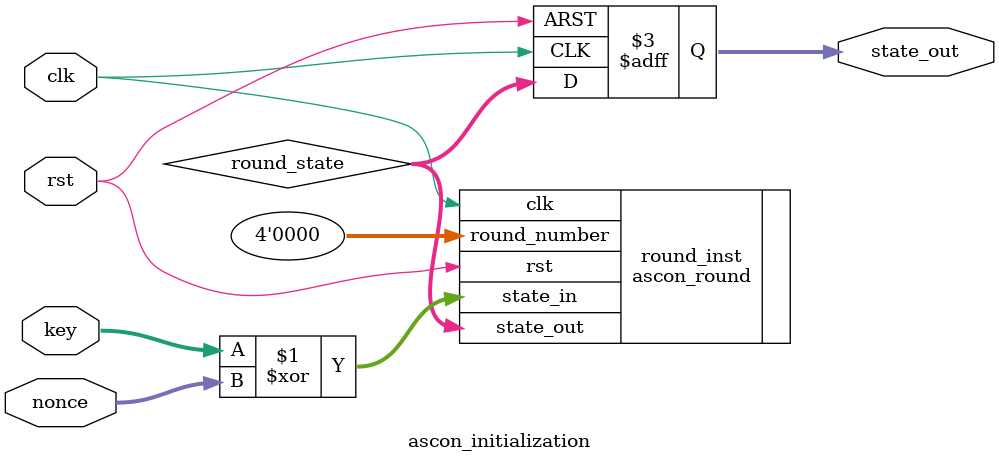
<source format=sv>
`timescale 1ns / 1ps

module ascon_initialization (
  input logic clk,
  input logic rst,
  input logic [127:0] key,
  input logic [127:0] nonce,
  output logic [127:0] state_out
);

  logic [127:0] round_state;
  
  ascon_round round_inst (
    .clk(clk),
    .rst(rst),
    .state_in(key ^ nonce),
    .round_number(4'b0000),
    .state_out(round_state)
  );

  always @(posedge clk or posedge rst) begin
    if (rst) begin
      state_out <= 128'h00000000000000000000000000000000;
    end else begin
      state_out <= round_state;
    end
  end

endmodule
</source>
